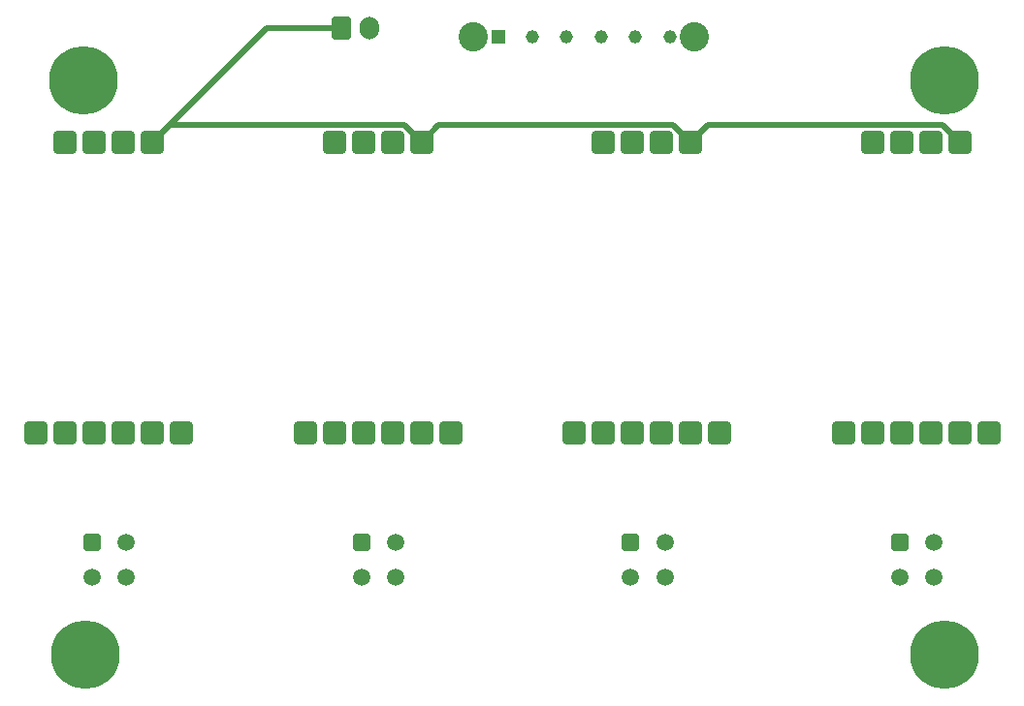
<source format=gbl>
%TF.GenerationSoftware,KiCad,Pcbnew,9.0.0*%
%TF.CreationDate,2025-04-09T17:39:02-07:00*%
%TF.ProjectId,Load Cell Amp Board,4c6f6164-2043-4656-9c6c-20416d702042,rev?*%
%TF.SameCoordinates,Original*%
%TF.FileFunction,Copper,L2,Bot*%
%TF.FilePolarity,Positive*%
%FSLAX46Y46*%
G04 Gerber Fmt 4.6, Leading zero omitted, Abs format (unit mm)*
G04 Created by KiCad (PCBNEW 9.0.0) date 2025-04-09 17:39:02*
%MOMM*%
%LPD*%
G01*
G04 APERTURE LIST*
G04 Aperture macros list*
%AMRoundRect*
0 Rectangle with rounded corners*
0 $1 Rounding radius*
0 $2 $3 $4 $5 $6 $7 $8 $9 X,Y pos of 4 corners*
0 Add a 4 corners polygon primitive as box body*
4,1,4,$2,$3,$4,$5,$6,$7,$8,$9,$2,$3,0*
0 Add four circle primitives for the rounded corners*
1,1,$1+$1,$2,$3*
1,1,$1+$1,$4,$5*
1,1,$1+$1,$6,$7*
1,1,$1+$1,$8,$9*
0 Add four rect primitives between the rounded corners*
20,1,$1+$1,$2,$3,$4,$5,0*
20,1,$1+$1,$4,$5,$6,$7,0*
20,1,$1+$1,$6,$7,$8,$9,0*
20,1,$1+$1,$8,$9,$2,$3,0*%
G04 Aperture macros list end*
%TA.AperFunction,ComponentPad*%
%ADD10C,6.000000*%
%TD*%
%TA.AperFunction,ComponentPad*%
%ADD11RoundRect,0.250001X-0.499999X-0.499999X0.499999X-0.499999X0.499999X0.499999X-0.499999X0.499999X0*%
%TD*%
%TA.AperFunction,ComponentPad*%
%ADD12C,1.500000*%
%TD*%
%TA.AperFunction,ComponentPad*%
%ADD13R,1.170000X1.170000*%
%TD*%
%TA.AperFunction,ComponentPad*%
%ADD14C,1.170000*%
%TD*%
%TA.AperFunction,ComponentPad*%
%ADD15C,2.560000*%
%TD*%
%TA.AperFunction,ComponentPad*%
%ADD16RoundRect,0.300000X0.700000X-0.700000X0.700000X0.700000X-0.700000X0.700000X-0.700000X-0.700000X0*%
%TD*%
%TA.AperFunction,ComponentPad*%
%ADD17RoundRect,0.250000X-0.600000X-0.750000X0.600000X-0.750000X0.600000X0.750000X-0.600000X0.750000X0*%
%TD*%
%TA.AperFunction,ComponentPad*%
%ADD18O,1.700000X2.000000*%
%TD*%
%TA.AperFunction,Conductor*%
%ADD19C,0.500000*%
%TD*%
G04 APERTURE END LIST*
D10*
%TO.P,REF\u002A\u002A,1*%
%TO.N,N/C*%
X117800000Y-83400000D03*
%TD*%
D11*
%TO.P,J6,1,Pin_1*%
%TO.N,Net-(HX4-A+)*%
X189055437Y-123775437D03*
D12*
%TO.P,J6,2,Pin_2*%
%TO.N,Net-(HX4-A-)*%
X192055437Y-123775437D03*
%TO.P,J6,3,Pin_3*%
%TO.N,Net-(HX4-E-)*%
X189055437Y-126775437D03*
%TO.P,J6,4,Pin_4*%
%TO.N,Net-(HX4-E+)*%
X192055437Y-126775437D03*
%TD*%
D13*
%TO.P,J1,1,Pin_1*%
%TO.N,Net-(HX1-SCK)*%
X154000000Y-79600000D03*
D14*
%TO.P,J1,2,Pin_2*%
%TO.N,Net-(HX1-DT)*%
X157000000Y-79600000D03*
%TO.P,J1,3,Pin_3*%
%TO.N,Net-(HX2-DT)*%
X160000000Y-79600000D03*
%TO.P,J1,4,Pin_4*%
%TO.N,Net-(HX3-DT)*%
X163000000Y-79600000D03*
%TO.P,J1,5,Pin_5*%
%TO.N,Net-(HX4-DT)*%
X166000000Y-79600000D03*
%TO.P,J1,6,Pin_6*%
%TO.N,unconnected-(J1-Pin_6-Pad6)*%
X169000000Y-79600000D03*
D15*
%TO.P,J1,7*%
%TO.N,N/C*%
X151850000Y-79600000D03*
%TO.P,J1,8*%
X171150000Y-79600000D03*
%TD*%
D10*
%TO.P,REF\u002A\u002A,1*%
%TO.N,N/C*%
X118000000Y-133600000D03*
%TD*%
D16*
%TO.P,HX3,1,VCC*%
%TO.N,Net-(HX1-VCC)*%
X170805437Y-88805437D03*
%TO.P,HX3,2,SCK*%
%TO.N,Net-(HX1-SCK)*%
X168265437Y-88805437D03*
%TO.P,HX3,3,DT*%
%TO.N,Net-(HX3-DT)*%
X165725437Y-88805437D03*
%TO.P,HX3,4,GND*%
%TO.N,GND*%
X163185437Y-88805437D03*
%TO.P,HX3,5,E+*%
%TO.N,Net-(HX3-E+)*%
X160645437Y-114205437D03*
%TO.P,HX3,6,E-*%
%TO.N,Net-(HX3-E-)*%
X163185437Y-114205437D03*
%TO.P,HX3,7,A-*%
%TO.N,Net-(HX3-A-)*%
X165725437Y-114205437D03*
%TO.P,HX3,8,A+*%
%TO.N,Net-(HX3-A+)*%
X168265437Y-114205437D03*
%TO.P,HX3,9,B-*%
%TO.N,unconnected-(HX3-B--Pad9)*%
X170805437Y-114205437D03*
%TO.P,HX3,10,B+*%
%TO.N,unconnected-(HX3-B+-Pad10)*%
X173345437Y-114205437D03*
%TD*%
%TO.P,HX1,1,VCC*%
%TO.N,Net-(HX1-VCC)*%
X123805437Y-88805437D03*
%TO.P,HX1,2,SCK*%
%TO.N,Net-(HX1-SCK)*%
X121265437Y-88805437D03*
%TO.P,HX1,3,DT*%
%TO.N,Net-(HX1-DT)*%
X118725437Y-88805437D03*
%TO.P,HX1,4,GND*%
%TO.N,GND*%
X116185437Y-88805437D03*
%TO.P,HX1,5,E+*%
%TO.N,Net-(HX1-E+)*%
X113645437Y-114205437D03*
%TO.P,HX1,6,E-*%
%TO.N,Net-(HX1-E-)*%
X116185437Y-114205437D03*
%TO.P,HX1,7,A-*%
%TO.N,Net-(HX1-A-)*%
X118725437Y-114205437D03*
%TO.P,HX1,8,A+*%
%TO.N,Net-(HX1-A+)*%
X121265437Y-114205437D03*
%TO.P,HX1,9,B-*%
%TO.N,unconnected-(HX1-B--Pad9)*%
X123805437Y-114205437D03*
%TO.P,HX1,10,B+*%
%TO.N,unconnected-(HX1-B+-Pad10)*%
X126345437Y-114205437D03*
%TD*%
D11*
%TO.P,J3,1,Pin_1*%
%TO.N,Net-(HX2-A+)*%
X142055437Y-123775437D03*
D12*
%TO.P,J3,2,Pin_2*%
%TO.N,Net-(HX2-A-)*%
X145055437Y-123775437D03*
%TO.P,J3,3,Pin_3*%
%TO.N,Net-(HX2-E-)*%
X142055437Y-126775437D03*
%TO.P,J3,4,Pin_4*%
%TO.N,Net-(HX2-E+)*%
X145055437Y-126775437D03*
%TD*%
D10*
%TO.P,REF\u002A\u002A,1*%
%TO.N,N/C*%
X193000000Y-83400000D03*
%TD*%
D16*
%TO.P,HX4,1,VCC*%
%TO.N,Net-(HX1-VCC)*%
X194305437Y-88805437D03*
%TO.P,HX4,2,SCK*%
%TO.N,Net-(HX1-SCK)*%
X191765437Y-88805437D03*
%TO.P,HX4,3,DT*%
%TO.N,Net-(HX4-DT)*%
X189225437Y-88805437D03*
%TO.P,HX4,4,GND*%
%TO.N,GND*%
X186685437Y-88805437D03*
%TO.P,HX4,5,E+*%
%TO.N,Net-(HX4-E+)*%
X184145437Y-114205437D03*
%TO.P,HX4,6,E-*%
%TO.N,Net-(HX4-E-)*%
X186685437Y-114205437D03*
%TO.P,HX4,7,A-*%
%TO.N,Net-(HX4-A-)*%
X189225437Y-114205437D03*
%TO.P,HX4,8,A+*%
%TO.N,Net-(HX4-A+)*%
X191765437Y-114205437D03*
%TO.P,HX4,9,B-*%
%TO.N,unconnected-(HX4-B--Pad9)*%
X194305437Y-114205437D03*
%TO.P,HX4,10,B+*%
%TO.N,unconnected-(HX4-B+-Pad10)*%
X196845437Y-114205437D03*
%TD*%
D11*
%TO.P,J4,1,Pin_1*%
%TO.N,Net-(HX1-A+)*%
X118555437Y-123775437D03*
D12*
%TO.P,J4,2,Pin_2*%
%TO.N,Net-(HX1-A-)*%
X121555437Y-123775437D03*
%TO.P,J4,3,Pin_3*%
%TO.N,Net-(HX1-E-)*%
X118555437Y-126775437D03*
%TO.P,J4,4,Pin_4*%
%TO.N,Net-(HX1-E+)*%
X121555437Y-126775437D03*
%TD*%
D17*
%TO.P,J2,1,Pin_1*%
%TO.N,Net-(HX1-VCC)*%
X140305437Y-78834562D03*
D18*
%TO.P,J2,2,Pin_2*%
%TO.N,GND*%
X142805437Y-78834562D03*
%TD*%
D16*
%TO.P,HX2,1,VCC*%
%TO.N,Net-(HX1-VCC)*%
X147305437Y-88805437D03*
%TO.P,HX2,2,SCK*%
%TO.N,Net-(HX1-SCK)*%
X144765437Y-88805437D03*
%TO.P,HX2,3,DT*%
%TO.N,Net-(HX2-DT)*%
X142225437Y-88805437D03*
%TO.P,HX2,4,GND*%
%TO.N,GND*%
X139685437Y-88805437D03*
%TO.P,HX2,5,E+*%
%TO.N,Net-(HX2-E+)*%
X137145437Y-114205437D03*
%TO.P,HX2,6,E-*%
%TO.N,Net-(HX2-E-)*%
X139685437Y-114205437D03*
%TO.P,HX2,7,A-*%
%TO.N,Net-(HX2-A-)*%
X142225437Y-114205437D03*
%TO.P,HX2,8,A+*%
%TO.N,Net-(HX2-A+)*%
X144765437Y-114205437D03*
%TO.P,HX2,9,B-*%
%TO.N,unconnected-(HX2-B--Pad9)*%
X147305437Y-114205437D03*
%TO.P,HX2,10,B+*%
%TO.N,unconnected-(HX2-B+-Pad10)*%
X149845437Y-114205437D03*
%TD*%
D11*
%TO.P,J5,1,Pin_1*%
%TO.N,Net-(HX3-A+)*%
X165555437Y-123775437D03*
D12*
%TO.P,J5,2,Pin_2*%
%TO.N,Net-(HX3-A-)*%
X168555437Y-123775437D03*
%TO.P,J5,3,Pin_3*%
%TO.N,Net-(HX3-E-)*%
X165555437Y-126775437D03*
%TO.P,J5,4,Pin_4*%
%TO.N,Net-(HX3-E+)*%
X168555437Y-126775437D03*
%TD*%
D10*
%TO.P,REF\u002A\u002A,1*%
%TO.N,N/C*%
X193000000Y-133600000D03*
%TD*%
D19*
%TO.N,Net-(HX1-VCC)*%
X147305437Y-88805437D02*
X148810874Y-87300000D01*
X145800000Y-87300000D02*
X147305437Y-88805437D01*
X140305437Y-78834562D02*
X133776312Y-78834562D01*
X192800000Y-87300000D02*
X194305437Y-88805437D01*
X125310874Y-87300000D02*
X145800000Y-87300000D01*
X172310874Y-87300000D02*
X192800000Y-87300000D01*
X169300000Y-87300000D02*
X170805437Y-88805437D01*
X170805437Y-88805437D02*
X172310874Y-87300000D01*
X123805437Y-88805437D02*
X125310874Y-87300000D01*
X148810874Y-87300000D02*
X169300000Y-87300000D01*
X133776312Y-78834562D02*
X123805437Y-88805437D01*
%TD*%
M02*

</source>
